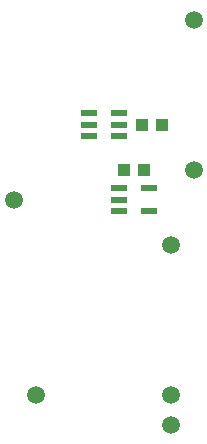
<source format=gbr>
G04 EAGLE Gerber RS-274X export*
G75*
%MOMM*%
%FSLAX34Y34*%
%LPD*%
%INSolderpaste Top*%
%IPPOS*%
%AMOC8*
5,1,8,0,0,1.08239X$1,22.5*%
G01*
%ADD10C,1.500000*%
%ADD11R,1.100000X1.000000*%
%ADD12R,1.320800X0.558800*%


D10*
X152400Y228600D03*
D11*
X108638Y266700D03*
X125638Y266700D03*
X93100Y228600D03*
X110100Y228600D03*
D10*
X133350Y38100D03*
X133350Y12700D03*
X0Y203200D03*
X152400Y355600D03*
D12*
X88646Y212598D03*
X88646Y203200D03*
X88646Y193802D03*
X114554Y193802D03*
X114554Y212598D03*
X89154Y257302D03*
X89154Y266700D03*
X89154Y276098D03*
X63246Y276098D03*
X63246Y257302D03*
X63246Y266700D03*
D10*
X19050Y38100D03*
X133350Y165100D03*
M02*

</source>
